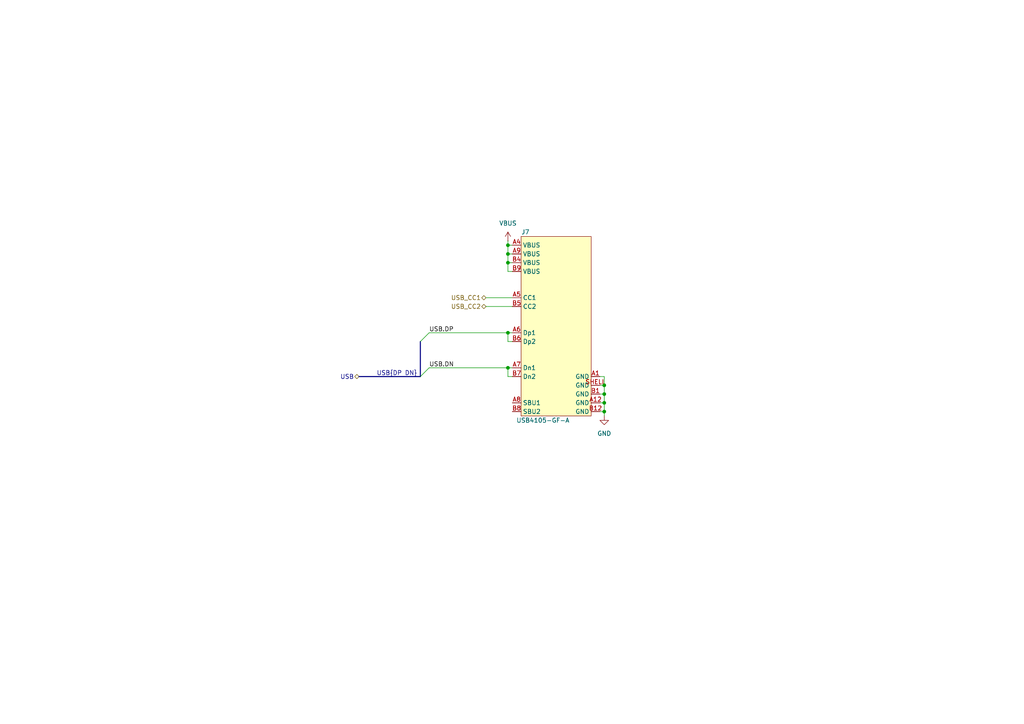
<source format=kicad_sch>
(kicad_sch (version 20250114) (generator "eeschema") (generator_version "9.0")
  (paper "A4")
  (lib_symbols
    (symbol "USB4105-GF-A_1"
      (property "Reference" "J" (at 0.508 0.762 0))
      (property "Value" "USB4105-GF-A" (at 6.35 -53.34 0))
      (symbol "USB4105-GF-A_1_0_1"
        (rectangle (start 0 0) (end 20.32 -52.07) (fill (type background)))
      )
      (symbol "USB4105-GF-A_1_1_1"
        (pin passive line (at -2.54 -2.54 0) (length 2.54) (name "VBUS") (number "A4"))
        (pin passive line (at -2.54 -5.08 0) (length 2.54) (name "VBUS") (number "A9"))
        (pin passive line (at -2.54 -7.62 0) (length 2.54) (name "VBUS") (number "B4"))
        (pin passive line (at -2.54 -10.16 0) (length 2.54) (name "VBUS") (number "B9"))
        (pin passive line (at -2.54 -17.78 0) (length 2.54) (name "CC1") (number "A5"))
        (pin passive line (at -2.54 -20.32 0) (length 2.54) (name "CC2") (number "B5"))
        (pin passive line (at -2.54 -27.94 0) (length 2.54) (name "Dp1") (number "A6"))
        (pin passive line (at -2.54 -30.48 0) (length 2.54) (name "Dp2") (number "B6"))
        (pin passive line (at -2.54 -38.1 0) (length 2.54) (name "Dn1") (number "A7"))
        (pin passive line (at -2.54 -40.64 0) (length 2.54) (name "Dn2") (number "B7"))
        (pin passive line (at -2.54 -48.26 0) (length 2.54) (name "SBU1") (number "A8"))
        (pin passive line (at -2.54 -50.8 0) (length 2.54) (name "SBU2") (number "B8"))
        (pin passive line (at 22.86 -40.64 180) (length 2.54) (name "GND") (number "A1"))
        (pin passive line (at 22.86 -43.18 180) (length 2.54) (name "GND") (number "SHELL"))
        (pin passive line (at 22.86 -45.72 180) (length 2.54) (name "GND") (number "B1"))
        (pin passive line (at 22.86 -48.26 180) (length 2.54) (name "GND") (number "A12"))
        (pin passive line (at 22.86 -50.8 180) (length 2.54) (name "GND") (number "B12"))
      )
    )
    (symbol "power:GND" (power) (pin_numbers (hide yes)) (pin_names (offset 0) (hide yes))
      (property "Value" "GND" (at 0 -3.81 0))
      (symbol "GND_0_1"
        (polyline (pts (xy 0 0) (xy 0 -1.27) (xy 1.27 -1.27) (xy 0 -2.54) (xy -1.27 -1.27) (xy 0 -1.27)))
      )
      (symbol "GND_1_1"
        (pin power_in line (at 0 0 270) (length 0) (name "~") (number "1"))
      )
    )
    (symbol "power:VCC" (power) (pin_numbers (hide yes)) (pin_names (offset 0) (hide yes))
      (property "Value" "VCC" (at 0 3.556 0))
      (symbol "VCC_0_1"
        (polyline (pts (xy -0.762 1.27) (xy 0 2.54)))
        (polyline (pts (xy 0 2.54) (xy 0.762 1.27)))
        (polyline (pts (xy 0 0) (xy 0 2.54)))
      )
      (symbol "VCC_1_1"
        (pin power_in line (at 0 0 90) (length 0) (name "~") (number "1"))
      )
    )
  )
  (junction (at 175.26 111.76))
  (junction (at 175.26 116.84))
  (junction (at 147.32 96.52))
  (junction (at 147.32 106.68))
  (junction (at 175.26 114.3))
  (junction (at 147.32 73.66))
  (junction (at 147.32 71.12))
  (junction (at 147.32 76.2))
  (junction (at 175.26 119.38))
  (bus_entry (at 124.46 96.52) (size -2.54 2.54))
  (bus_entry (at 124.46 106.68) (size -2.54 2.54))
  (wire (pts (xy 147.32 73.66) (xy 147.32 71.12)))
  (wire (pts (xy 173.99 116.84) (xy 175.26 116.84)))
  (wire (pts (xy 147.32 99.06) (xy 147.32 96.52)))
  (wire (pts (xy 147.32 71.12) (xy 147.32 69.85)))
  (wire (pts (xy 147.32 109.22) (xy 147.32 106.68)))
  (wire (pts (xy 147.32 78.74) (xy 147.32 76.2)))
  (wire (pts (xy 124.46 106.68) (xy 147.32 106.68)))
  (bus (pts (xy 104.14 109.22) (xy 121.92 109.22)))
  (wire (pts (xy 148.59 109.22) (xy 147.32 109.22)))
  (bus (pts (xy 121.92 99.06) (xy 121.92 109.22)))
  (wire (pts (xy 147.32 96.52) (xy 148.59 96.52)))
  (wire (pts (xy 173.99 119.38) (xy 175.26 119.38)))
  (wire (pts (xy 140.97 88.9) (xy 148.59 88.9)))
  (wire (pts (xy 124.46 96.52) (xy 147.32 96.52)))
  (wire (pts (xy 173.99 114.3) (xy 175.26 114.3)))
  (wire (pts (xy 148.59 78.74) (xy 147.32 78.74)))
  (wire (pts (xy 175.26 109.22) (xy 173.99 109.22)))
  (wire (pts (xy 175.26 114.3) (xy 175.26 111.76)))
  (wire (pts (xy 147.32 73.66) (xy 148.59 73.66)))
  (wire (pts (xy 147.32 71.12) (xy 148.59 71.12)))
  (wire (pts (xy 147.32 106.68) (xy 148.59 106.68)))
  (wire (pts (xy 147.32 76.2) (xy 148.59 76.2)))
  (wire (pts (xy 147.32 76.2) (xy 147.32 73.66)))
  (wire (pts (xy 173.99 111.76) (xy 175.26 111.76)))
  (wire (pts (xy 148.59 99.06) (xy 147.32 99.06)))
  (wire (pts (xy 140.97 86.36) (xy 148.59 86.36)))
  (wire (pts (xy 175.26 119.38) (xy 175.26 116.84)))
  (wire (pts (xy 175.26 120.65) (xy 175.26 119.38)))
  (wire (pts (xy 175.26 116.84) (xy 175.26 114.3)))
  (wire (pts (xy 175.26 111.76) (xy 175.26 109.22)))
  (label "USB.DP" (at 124.46 96.52 0))
  (label "USB.DN" (at 124.46 106.68 0))
  (label "USB{DP DN}" (at 109.22 109.22 0))
  (hierarchical_label "USB_CC1" (shape bidirectional) (at 140.97 86.36 180))
  (hierarchical_label "USB" (shape bidirectional) (at 104.14 109.22 180))
  (hierarchical_label "USB_CC2" (shape bidirectional) (at 140.97 88.9 180))
  (symbol (lib_name "USB4105-GF-A_1") (lib_id "symbol-library:USB4105-GF-A") (at 151.13 68.58 0) (unit 1)
    (property "Reference" "J7" (at 152.4 67.31 0))
    (property "Value" "USB4105-GF-A" (at 157.48 121.92 0))
    (property "Footprint" "footprint-library:USB4105-GF-A" (effects (hide yes)))
  )
  (symbol (lib_id "power:GND") (at 175.26 120.65 0) (unit 1)
    (property "Reference" "#PWR0146" (effects (hide yes)))
    (property "Value" "GND" (at 175.26 125.73 0))
    (property "Description" "Power symbol creates a global label with name \"GND\" , ground" (effects (hide yes)))
  )
  (symbol (lib_id "power:VCC") (at 147.32 69.85 0) (unit 1)
    (property "Reference" "#PWR0145" (effects (hide yes)))
    (property "Value" "VBUS" (at 147.32 64.77 0))
    (property "Description" "Power symbol creates a global label with name \"VCC\"" (effects (hide yes)))
  )
)
</source>
